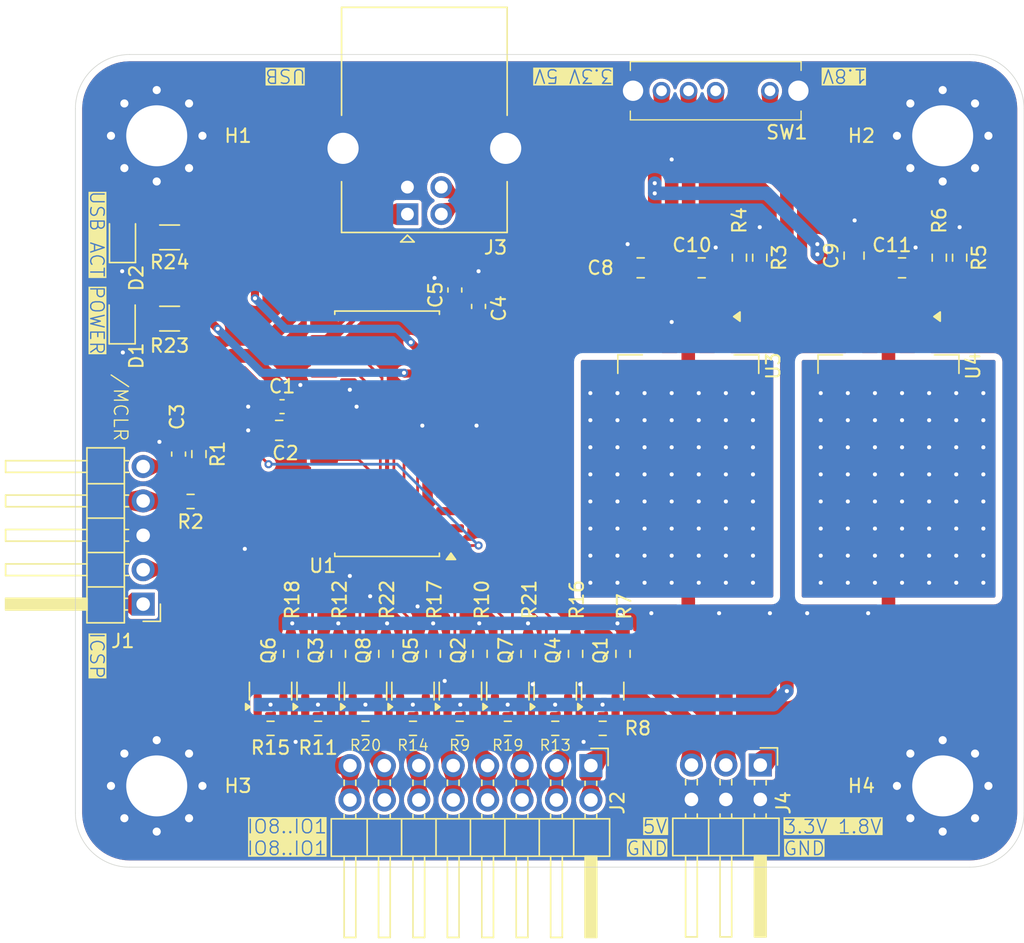
<source format=kicad_pcb>
(kicad_pcb (version 20241229) (generator "pcbnew") (generator_version "9.0")
  (title_block (title "Logic Signal Generator") (date "2025-09-11") (rev "1.0") (company "(C) Adrien RICCIARDI"))
  (layers (0 "F.Cu" signal) (2 "B.Cu" signal) (13 "F.Paste" user) (15 "B.Paste" user) (5 "F.SilkS" user "F.Silkscreen") (7 "B.SilkS" user "B.Silkscreen") (1 "F.Mask" user) (3 "B.Mask" user) (25 "Edge.Cuts" user))
  (net 0 "")
  (net 1 "GND")
  (net 2 "+5V")
  (net 3 "Net-(J1-Pin_5)")
  (net 4 "Net-(U1-VUSB3V3{slash}VDDCORE)")
  (net 5 "+3.3V")
  (net 6 "+1V8")
  (net 7 "Net-(D1-A)")
  (net 8 "Net-(D2-A)")
  (net 9 "Net-(J1-Pin_2)")
  (net 10 "Net-(J1-Pin_1)")
  (net 11 "/Voltage_Shifter/IO6")
  (net 12 "/Voltage_Shifter/IO3")
  (net 13 "/Voltage_Shifter/IO7")
  (net 14 "/Voltage_Shifter/IO2")
  (net 15 "/Voltage_Shifter/IO8")
  (net 16 "/Voltage_Shifter/IO4")
  (net 17 "/Voltage_Shifter/IO5")
  (net 18 "/Voltage_Shifter/IO1")
  (net 19 "/USB_D+")
  (net 20 "/USB_D-")
  (net 21 "/SDA")
  (net 22 "VCC")
  (net 23 "/SCL")
  (net 24 "/MOSI")
  (net 25 "/P1B")
  (net 26 "/RX")
  (net 27 "/TX")
  (net 28 "/P1D")
  (net 29 "/P1A")
  (net 30 "/~{MCLR}")
  (net 31 "Net-(U3-ADJ)")
  (net 32 "Net-(U4-ADJ)")
  (net 33 "/LED_POWER")
  (net 34 "/LED_USB")
  (footprint "Package_TO_SOT_SMD:SOT-23" (layer "F.Cu") (at 159.91 126 90)
    (property "Reference" "Q7")
    (property "Value" "DMG3414U" (hide yes))
  )
  (footprint "MountingHole:MountingHole_4.5mm_Pad_Via" (layer "F.Cu") (at 192 133)
    (property "Reference" "H4")
    (property "Value" "Hole" (hide yes))
  )
  (footprint "Resistor_SMD:R_0603_1608Metric_Pad0.98x0.95mm_HandSolder" (layer "F.Cu") (at 137.115 108.5 90)
    (property "Reference" "R1")
    (property "Value" "220" (hide yes))
  )
  (footprint "Resistor_SMD:R_0603_1608Metric_Pad0.98x0.95mm_HandSolder" (layer "F.Cu") (at 143.9 123.25 90)
    (property "Reference" "R18")
    (property "Value" "1K" (hide yes))
  )
  (footprint "Capacitor_SMD:C_0603_1608Metric_Pad1.08x0.95mm_HandSolder" (layer "F.Cu") (at 135.615 108.5 90)
    (property "Reference" "C3")
    (property "Value" "100n" (hide yes))
  )
  (footprint "OS103011MA7QP1:OS103011MA7QP1" (layer "F.Cu") (at 175.25 81.675 180)
    (property "Reference" "SW1")
    (property "Value" "~" (hide yes))
  )
  (footprint "Package_TO_SOT_SMD:SOT-23" (layer "F.Cu") (at 152.91 126 90)
    (property "Reference" "Q5")
    (property "Value" "DMG3414U" (hide yes))
  )
  (footprint "Resistor_SMD:R_0603_1608Metric_Pad0.98x0.95mm_HandSolder" (layer "F.Cu") (at 150.91 123.25 90)
    (property "Reference" "R22")
    (property "Value" "1K" (hide yes))
  )
  (footprint "Capacitor_SMD:C_0603_1608Metric_Pad1.08x0.95mm_HandSolder" (layer "F.Cu") (at 143.25 105 180)
    (property "Reference" "C1")
    (property "Value" "100n" (hide yes))
  )
  (footprint "Resistor_SMD:R_0603_1608Metric_Pad0.98x0.95mm_HandSolder" (layer "F.Cu") (at 164.91 123.25 90)
    (property "Reference" "R16")
    (property "Value" "1K" (hide yes))
  )
  (footprint "Connector_USB:USB_B_Lumberg_2411_02_Horizontal" (layer "F.Cu") (at 152.5 90.7875 90)
    (property "Reference" "J3")
    (property "Value" "USB_B" (hide yes))
  )
  (footprint "Resistor_SMD:R_0603_1608Metric_Pad0.98x0.95mm_HandSolder" (layer "F.Cu") (at 161.41 123.25 90)
    (property "Reference" "R21")
    (property "Value" "1K" (hide yes))
  )
  (footprint "Resistor_SMD:R_0603_1608Metric_Pad0.98x0.95mm_HandSolder" (layer "F.Cu") (at 145.91 128.75 180)
    (property "Reference" "R11")
    (property "Value" "1K" (hide yes))
  )
  (footprint "Capacitor_SMD:C_0805_2012Metric_Pad1.18x1.45mm_HandSolder" (layer "F.Cu") (at 189 94.75)
    (property "Reference" "C11")
    (property "Value" "10u" (hide yes))
  )
  (footprint "Package_TO_SOT_SMD:SOT-23" (layer "F.Cu") (at 163.41 126 90)
    (property "Reference" "Q4")
    (property "Value" "DMG3414U" (hide yes))
  )
  (footprint "Connector_PinHeader_2.54mm:PinHeader_2x03_P2.54mm_Horizontal" (layer "F.Cu") (at 178.54 131.46 -90)
    (property "Reference" "J4")
    (property "Value" "POWER_OUT" (hide yes))
  )
  (footprint "Resistor_SMD:R_0603_1608Metric_Pad0.98x0.95mm_HandSolder" (layer "F.Cu") (at 166.91 128.75 180)
    (property "Reference" "R8")
    (property "Value" "1K" (hide yes))
  )
  (footprint "Resistor_SMD:R_0603_1608Metric_Pad0.98x0.95mm_HandSolder" (layer "F.Cu") (at 168.41 123.25 90)
    (property "Reference" "R7")
    (property "Value" "1K" (hide yes))
  )
  (footprint "Resistor_SMD:R_0603_1608Metric_Pad0.98x0.95mm_HandSolder" (layer "F.Cu") (at 142.4 128.75 180)
    (property "Reference" "R15")
    (property "Value" "1K" (hide yes))
  )
  (footprint "Capacitor_SMD:C_0805_2012Metric_Pad1.18x1.45mm_HandSolder" (layer "F.Cu") (at 174.2125 94.75)
    (property "Reference" "C10")
    (property "Value" "10u" (hide yes))
  )
  (footprint "Capacitor_SMD:C_0805_2012Metric_Pad1.18x1.45mm_HandSolder" (layer "F.Cu") (at 185.46 93.85 90)
    (property "Reference" "C9")
    (property "Value" "10u" (hide yes))
  )
  (footprint "LED_SMD:LED_0805_2012Metric_Pad1.15x1.40mm_HandSolder" (layer "F.Cu") (at 131.475 92.5 90)
    (property "Reference" "D2")
    (property "Value" "150080SS75000" (hide yes))
  )
  (footprint "Resistor_SMD:R_1206_3216Metric_Pad1.30x1.75mm_HandSolder" (layer "F.Cu") (at 134.95 98.5 180)
    (property "Reference" "R23")
    (property "Value" "330")
  )
  (footprint "Package_TO_SOT_SMD:SOT-23" (layer "F.Cu") (at 142.4 126 90)
    (property "Reference" "Q6")
    (property "Value" "DMG3414U" (hide yes))
  )
  (footprint "Resistor_SMD:R_1206_3216Metric_Pad1.30x1.75mm_HandSolder" (layer "F.Cu") (at 134.95 92.5 180)
    (property "Reference" "R24")
    (property "Value" "330")
  )
  (footprint "Resistor_SMD:R_0603_1608Metric_Pad0.98x0.95mm_HandSolder" (layer "F.Cu") (at 191.75 94 90)
    (property "Reference" "R6")
    (property "Value" "180" (hide yes))
  )
  (footprint "LED_SMD:LED_0805_2012Metric_Pad1.15x1.40mm_HandSolder" (layer "F.Cu") (at 131.45 98.5 90)
    (property "Reference" "D1")
    (property "Value" "150080SS75000" (hide yes))
  )
  (footprint "Package_TO_SOT_SMD:TO-263-3_TabPin2" (layer "F.Cu") (at 188 106 -90)
    (property "Reference" "U4")
    (property "Value" "LM1086-ADJ" (hide yes))
  )
  (footprint "Resistor_SMD:R_0603_1608Metric_Pad0.98x0.95mm_HandSolder" (layer "F.Cu") (at 152.91 128.75 180)
    (property "Reference" "R14")
    (property "Value" "1K" (hide yes))
  )
  (footprint "Package_SO:SOIC-28W_7.5x17.9mm_P1.27mm" (layer "F.Cu") (at 151 107 180)
    (property "Reference" "U1")
    (property "Value" "PIC18F25K50-xSO" (hide yes))
  )
  (footprint "Resistor_SMD:R_0603_1608Metric_Pad0.98x0.95mm_HandSolder" (layer "F.Cu") (at 157.86 123.25 90)
    (property "Reference" "R10")
    (property "Value" "1K" (hide yes))
  )
  (footprint "Resistor_SMD:R_0603_1608Metric_Pad0.98x0.95mm_HandSolder" (layer "F.Cu") (at 149.41 128.75 180)
    (property "Reference" "R20")
    (property "Value" "1K" (hide yes))
  )
  (footprint "Resistor_SMD:R_0603_1608Metric_Pad0.98x0.95mm_HandSolder" (layer "F.Cu") (at 136.5 112 180)
    (property "Reference" "R2")
    (property "Value" "10K" (hide yes))
  )
  (footprint "Connector_PinHeader_2.54mm:PinHeader_2x08_P2.54mm_Horizontal" (layer "F.Cu") (at 166.04 131.5 -90)
    (property "Reference" "J2")
    (property "Value" "I/O" (hide yes))
  )
  (footprint "Resistor_SMD:R_0603_1608Metric_Pad0.98x0.95mm_HandSolder" (layer "F.Cu") (at 159.91 128.75 180)
    (property "Reference" "R19")
    (property "Value" "1K" (hide yes))
  )
  (footprint "Resistor_SMD:R_0603_1608Metric_Pad0.98x0.95mm_HandSolder" (layer "F.Cu") (at 193.25 94 -90)
    (property "Reference" "R5")
    (property "Value" "78.7" (hide yes))
  )
  (footprint "Capacitor_SMD:C_0603_1608Metric_Pad1.08x0.95mm_HandSolder" (layer "F.Cu") (at 156 96.3875 90)
    (property "Reference" "C5")
    (property "Value" "100n" (hide yes))
  )
  (footprint "Resistor_SMD:R_0603_1608Metric_Pad0.98x0.95mm_HandSolder" (layer "F.Cu") (at 177 94 90)
    (property "Reference" "R4")
    (property "Value" "180" (hide yes))
  )
  (footprint "Resistor_SMD:R_0603_1608Metric_Pad0.98x0.95mm_HandSolder" (layer "F.Cu") (at 154.41 123.25 90)
    (property "Reference" "R17")
    (property "Value" "1K" (hide yes))
  )
  (footprint "Package_TO_SOT_SMD:SOT-23" (layer "F.Cu") (at 145.91 126 90)
    (property "Reference" "Q3")
    (property "Value" "DMG3414U" (hide yes))
  )
  (footprint "Resistor_SMD:R_0603_1608Metric_Pad0.98x0.95mm_HandSolder" (layer "F.Cu") (at 163.41 128.75 180)
    (property "Reference" "R13")
    (property "Value" "1K" (hide yes))
  )
  (footprint "Resistor_SMD:R_0603_1608Metric_Pad0.98x0.95mm_HandSolder" (layer "F.Cu") (at 178.5 94 -90)
    (property "Reference" "R3")
    (property "Value" "294" (hide yes))
  )
  (footprint "Package_TO_SOT_SMD:SOT-23" (layer "F.Cu") (at 149.41 126 90)
    (property "Reference" "Q8")
    (property "Value" "DMG3414U" (hide yes))
  )
  (footprint "Connector_PinHeader_2.54mm:PinHeader_1x05_P2.54mm_Horizontal" (layer "F.Cu") (at 133 119.58 180)
    (property "Reference" "J1")
    (property "Value" "JTAG" (hide yes))
  )
  (footprint "Capacitor_SMD:C_0805_2012Metric_Pad1.18x1.45mm_HandSolder" (layer "F.Cu") (at 169.7125 94.75 180)
    (property "Reference" "C8")
    (property "Value" "10u" (hide yes))
  )
  (footprint "Capacitor_SMD:C_0805_2012Metric_Pad1.18x1.45mm_HandSolder" (layer "F.Cu") (at 143.0375 106.75 180)
    (property "Reference" "C2")
    (property "Value" "2.2u" (hide yes))
  )
  (footprint "Resistor_SMD:R_0603_1608Metric_Pad0.98x0.95mm_HandSolder" (layer "F.Cu") (at 147.41 123.25 90)
    (property "Reference" "R12")
    (property "Value" "1K" (hide yes))
  )
  (footprint "Package_TO_SOT_SMD:TO-263-3_TabPin2" (layer "F.Cu") (at 173.225 106 -90)
    (property "Reference" "U3")
    (property "Value" "LM1086-ADJ" (hide yes))
  )
  (footprint "Resistor_SMD:R_0603_1608Metric_Pad0.98x0.95mm_HandSolder" (layer "F.Cu") (at 156.36 128.75 180)
    (property "Reference" "R9")
    (property "Value" "1K" (hide yes))
  )
  (footprint "MountingHole:MountingHole_4.5mm_Pad_Via" (layer "F.Cu") (at 134 85)
    (property "Reference" "H1")
    (property "Value" "Hole" (hide yes))
  )
  (footprint "MountingHole:MountingHole_4.5mm_Pad_Via" (layer "F.Cu") (at 192 85)
    (property "Reference" "H2")
    (property "Value" "Hole" (hide yes))
  )
  (footprint "Package_TO_SOT_SMD:SOT-23" (layer "F.Cu") (at 156.41 126 90)
    (property "Reference" "Q2")
    (property "Value" "DMG3414U" (hide yes))
  )
  (footprint "Capacitor_SMD:C_0603_1608Metric_Pad1.08x0.95mm_HandSolder" (layer "F.Cu") (at 157.75 97.6 90)
    (property "Reference" "C4")
    (property "Value" "470n" (hide yes))
  )
  (footprint "MountingHole:MountingHole_4.5mm_Pad_Via" (layer "F.Cu") (at 134 133)
    (property "Reference" "H3")
    (property "Value" "Hole" (hide yes))
  )
  (footprint "Package_TO_SOT_SMD:SOT-23" (layer "F.Cu") (at 166.91 126 90)
    (property "Reference" "Q1")
    (property "Value" "DMG3414U" (hide yes))
  )
  (gr_line (start 128 83) (end 128 135) (stroke (width 0.05)) (layer "Edge.Cuts"))
  (gr_arc (start 132 139) (mid 129.171573 137.828427) (end 128 135) (stroke (width 0.05)) (layer "Edge.Cuts"))
  (gr_arc (start 194 79) (mid 196.828427 80.171573) (end 198 83) (stroke (width 0.05)) (layer "Edge.Cuts"))
  (gr_line (start 194 139) (end 132 139) (stroke (width 0.05)) (layer "Edge.Cuts"))
  (gr_line (start 132 79) (end 194 79) (stroke (width 0.05)) (layer "Edge.Cuts"))
  (gr_line (start 198 83) (end 198 135) (stroke (width 0.05)) (layer "Edge.Cuts"))
  (gr_arc (start 128 83) (mid 129.171573 80.171573) (end 132 79) (stroke (width 0.05)) (layer "Edge.Cuts"))
  (gr_arc (start 198 135) (mid 196.828427 137.828427) (end 194 139) (stroke (width 0.05)) (layer "Edge.Cuts"))
  (gr_text "/MCLR" (at 130.75 102.5 270) (layer "F.SilkS") (effects (font (size 1 1) (thickness 0.1)) (justify left bottom)))
  (gr_text "USB ACT" (at 129 92.25 270) (layer "F.SilkS" knockout) (effects (font (size 1 1) (thickness 0.1)) (justify bottom)))
  (gr_text "1.8V" (at 184.75 80 180) (layer "F.SilkS" knockout) (effects (font (size 1 1) (thickness 0.1)) (justify bottom)))
  (gr_text "3.3V 1.8V" (at 180.2 136.6 0) (layer "F.SilkS" knockout) (effects (font (size 1 1) (thickness 0.1)) (justify left bottom)))
  (gr_text "USB" (at 143.5 80 180) (layer "F.SilkS" knockout) (effects (font (size 1 1) (thickness 0.1)) (justify bottom)))
  (gr_text "GND" (at 180.2 138.2 0) (layer "F.SilkS" knockout) (effects (font (size 1 1) (thickness 0.1)) (justify left bottom)))
  (gr_text "3.3V 5V" (at 164.75 80 180) (layer "F.SilkS" knockout) (effects (font (size 1 1) (thickness 0.1)) (justify bottom)))
  (gr_text "GND" (at 168.6 138.2 0) (layer "F.SilkS" knockout) (effects (font (size 1 1) (thickness 0.1)) (justify left bottom)))
  (gr_text "ICSP" (at 129 121.6 270) (layer "F.SilkS" knockout) (effects (font (size 1 1) (thickness 0.1)) (justify left bottom)))
  (gr_text "IO8..IO1\nIO8..IO1" (at 140.6 138.2 0) (layer "F.SilkS" knockout) (effects (font (size 1 1) (thickness 0.1)) (justify left bottom)))
  (gr_text "POWER" (at 129 96 270) (layer "F.SilkS" knockout) (effects (font (size 1 1) (thickness 0.1)) (justify left bottom)))
  (gr_text "5V" (at 169.8 136.6 0) (layer "F.SilkS" knockout) (effects (font (size 1 1) (thickness 0.1)) (justify left bottom)))
  (via (at 153.25 119.75) (size 0.6) (drill 0.3) (layers "F.Cu" "B.Cu") (net 1))
  (via (at 140.75 106.75) (size 0.6) (drill 0.3) (layers "F.Cu" "B.Cu") (net 1))
  (via (at 168.75 93) (size 0.6) (drill 0.3) (layers "F.Cu" "B.Cu") (net 1))
  (via (at 190 93.25) (size 0.6) (drill 0.3) (layers "F.Cu" "B.Cu") (net 1))
  (via (at 172 86.75) (size 0.6) (drill 0.3) (layers "F.Cu" "B.Cu") (net 1))
  (via (at 185.5 91.25) (size 0.6) (drill 0.3) (layers "F.Cu" "B.Cu") (net 1))
  (via (at 179.25 120.25) (size 0.6) (drill 0.3) (layers "F.Cu" "B.Cu") (net 1))
  (via (at 153.6 106.4) (size 0.6) (drill 0.3) (layers "F.Cu" "B.Cu") (net 1))
  (via (at 148.25 103.75) (size 0.6) (drill 0.3) (layers "F.Cu" "B.Cu") (net 1))
  (via (at 157.75 95) (size 0.6) (drill 0.3) (layers "F.Cu" "B.Cu") (net 1))
  (via (at 155.25 125.25) (size 0.6) (drill 0.3) (layers "F.Cu" "B.Cu") (net 1))
  (via (at 131.45 95) (size 0.6) (drill 0.3) (layers "F.Cu" "B.Cu") (net 1))
  (via (at 149.75 119) (size 0.6) (drill 0.3) (layers "F.Cu" "B.Cu") (net 1))
  (via (at 157.6 106.4) (size 0.6) (drill 0.3) (layers "F.Cu" "B.Cu") (net 1))
  (via (at 140.75 105) (size 0.6) (drill 0.3) (layers "F.Cu" "B.Cu") (net 1))
  (via (at 131.5 101) (size 0.6) (drill 0.3) (layers "F.Cu" "B.Cu") (net 1))
  (via (at 182 120.25) (size 0.6) (drill 0.3) (layers "F.Cu" "B.Cu") (net 1))
  (via (at 165.25 125.5) (size 0.6) (drill 0.3) (layers "F.Cu" "B.Cu") (net 1))
  (via (at 161.75 125.5) (size 0.6) (drill 0.3) (layers "F.Cu" "B.Cu") (net 1))
  (via (at 165.5 129.75) (size 0.6) (drill 0.3) (layers "F.Cu" "B.Cu") (net 1))
  (via (at 144.25 129.75) (size 0.6) (drill 0.3) (layers "F.Cu" "B.Cu") (net 1))
  (via (at 140.5 115.5) (size 0.6) (drill 0.3) (layers "F.Cu" "B.Cu") (net 1))
  (via (at 148.75 105) (size 0.6) (drill 0.3) (layers "F.Cu" "B.Cu") (net 1))
  (via (at 170.5 120.25) (size 0.6) (drill 0.3) (layers "F.Cu" "B.Cu") (net 1))
  (via (at 193.25 91.75) (size 0.6) (drill 0.3) (layers "F.Cu" "B.Cu") (net 1))
  (via (at 172 98.75) (size 0.6) (drill 0.3) (layers "F.Cu" "B.Cu") (net 1))
  (via (at 175.25 93.25) (size 0.6) (drill 0.3) (layers "F.Cu" "B.Cu") (net 1))
  (via (at 186.5 120.25) (size 0.6) (drill 0.3) (layers "F.Cu" "B.Cu") (net 1))
  (via (at 144.6 103.4) (size 0.6) (drill 0.3) (layers "F.Cu" "B.Cu") (net 1))
  (via (at 178.5 91.75) (size 0.6) (drill 0.3) (layers "F.Cu" "B.Cu") (net 1))
  (via (at 154.5 95.5) (size 0.6) (drill 0.3) (layers "F.Cu" "B.Cu") (net 1))
  (via (at 175.5 120.25) (size 0.6) (drill 0.3) (layers "F.Cu" "B.Cu") (net 1))
  (via (at 134.2 107.6) (size 0.6) (drill 0.3) (layers "F.Cu" "B.Cu") (net 1))
  (via (at 148.25 117.5) (size 0.6) (drill 0.3) (layers "F.Cu" "B.Cu") (net 1))
  (segment (start 133.04 112) (end 133 111.96) (width 0.6) (layer "F.Cu") (net 2))
  (segment (start 150.91 122.3375) (end 150.91 121.09) (width 0.6) (layer "F.Cu") (net 2))
  (segment (start 163.5 101.75) (end 163.5 119.5) (width 1) (layer "F.Cu") (net 2))
  (segment (start 170.75 88.2) (end 170.75 88.5) (width 1) (layer "F.Cu") (net 2))
  (segment (start 168.41 122.3375) (end 168.41 121.41) (width 1) (layer "F.Cu") (net 2))
  (segment (start 157.86 121.06) (end 157.8 121) (width 0.6) (layer "F.Cu") (net 2))
  (segment (start 182.75 93.75) (end 183.8875 94.8875) (width 1) (layer "F.Cu") (net 2))
  (segment (start 143.66875 104.08125) (end 144.1125 104.525) (width 1) (layer "F.Cu") (net 2))
  (segment (start 143.9 121.1) (end 144 121) (width 0.6) (layer "F.Cu") (net 2))
  (segment (start 135.5 103.25) (end 137.5 103.25) (width 1) (layer "F.Cu") (net 2))
  (segment (start 144.075 106.75) (end 144.075 104.4875) (width 1) (layer "F.Cu") (net 2))
  (segment (start 144.0375 104.925) (end 144.1125 105) (width 0.6) (layer "F.Cu") (net 2))
  (segment (start 168.535 100.5) (end 164.75 100.5) (width 1) (layer "F.Cu") (net 2))
  (segment (start 164.91 122.3375) (end 164.91 120.91) (width 0.6) (layer "F.Cu") (net 2))
  (segment (start 144.0375 98.25) (end 141.0375 101.25) (width 1) (layer "F.Cu") (net 2))
  (segment (start 154.41 121.01) (end 154.4 121) (width 0.6) (layer "F.Cu") (net 2))
  (segment (start 157.86 122.3375) (end 157.86 121.06) (width 0.6) (layer "F.Cu") (net 2))
  (segment (start 169.5875 122.3375) (end 170.75 123.5) (width 1) (layer "F.Cu") (net 2))
  (segment (start 139.5 101.25) (end 140.8375 101.25) (width 1) (layer "F.Cu") (net 2))
  (segment (start 170.685 98.35) (end 168.535 100.5) (width 1) (layer "F.Cu") (net 2))
  (segment (start 156.5 81.5) (end 164 81.5) (width 1) (layer "F.Cu") (net 2))
  (segment (start 171.25 81.675) (end 171.25 84.5) (width 1) (layer "F.Cu") (net 2))
  (segment (start 141.0375 101.25) (end 139.5 101.25) (width 1) (layer "F.Cu") (net 2))
  (segment (start 161.41 122.3375) (end 161.41 121.01) (width 0.6) (layer "F.Cu") (net 2))
  (segment (start 171.25 84.5) (end 170.75 85) (width 1) (layer "F.Cu") (net 2))
  (segment (start 164 81.5) (end 167.5 85) (width 1) (layer "F.Cu") (net 2))
  (segment (start 144.1125 105) (end 144.1125 106.7125) (width 1) (layer "F.Cu") (net 2))
  (segment (start 144.2075 105.095) (end 144.1125 105) (width 0.6) (layer "F.Cu") (net 2))
  (segment (start 144.1125 106.7125) (end 144.075 106.75) (width 1) (layer "F.Cu") (net 2))
  (segment (start 168.41 122.3375) (end 169.5875 122.3375) (width 1) (layer "F.Cu") (net 2))
  (segment (start 173.46 128.46) (end 173.46 131.46) (width 1) (layer "F.Cu") (net 2))
  (segment (start 170.75 123.5) (end 170.75 125.75) (width 1) (layer "F.Cu") (net 2))
  (segment (start 150.91 121.09) (end 151 121) (width 0.6) (layer "F.Cu") (net 2))
  (segment (start 182.75 93.75) (end 182.75 93) (width 1) (layer "F.Cu") (net 2))
  (segment (start 161.41 121.01) (end 161.4 121) (width 0.6) (layer "F.Cu") (net 2))
  (segment (start 130.96 111.96) (end 130.75 111.75) (width 1) (layer "F.Cu") (net 2))
  (segment (start 150.25 87.75) (end 156.5 81.5) (width 1) (layer "F.Cu") (net 2))
  (segment (start 183.8875 94.8875) (end 185.46 94.8875) (width 1) (layer "F.Cu") (net 2))
  (segment (start 144.0375 94.4625) (end 147.7125 90.7875) (width 1) (layer "F.Cu") (net 2))
  (segment (start 170.75 89.25) (end 170.75 94.75) (width 1) (layer "F.Cu") (net 2))
  (segment (start 137.5 103.25) (end 139.5 101.25) (width 1) (layer "F.Cu") (net 2))
  (segment (start 152.5 90.7875) (end 150.7875 90.7875) (width 1) (layer "F.Cu") (net 2))
  (segment (start 140.8375 101.25) (end 143.66875 104.08125) (width 1) (layer "F.Cu") (net 2))
  (segment (start 150.25 90.25) (end 150.25 87.75) (width 1) (layer "F.Cu") (net 2))
  (segment (start 147.41 121.01) (end 147.4 121) (width 0.6) (layer "F.Cu") (net 2))
  (segment (start 147.7125 90.7875) (end 152.5 90.7875) (width 1) (layer "F.Cu") (net 2))
  (segment (start 170.75 88.2) (end 170.75 89.25) (width 1) (layer "F.Cu") (net 2))
  (segment (start 168 121) (end 167.75 120.75) (width 1) (layer "F.Cu") (net 2))
  (segment (start 168.41 121.41) (end 168 121) (width 1) (layer "F.Cu") (net 2))
  (segment (start 146.35 105.095) (end 144.2075 105.095) (width 0.6) (layer "F.Cu") (net 2))
  (segment (start 164.91 120.91) (end 164.75 120.75) (width 0.6) (layer "F.Cu") (net 2))
  (segment (start 170.75 85) (end 170.75 88.2) (width 1) (layer "F.Cu") (net 2))
  (segment (start 147.41 122.3375) (end 147.41 121.01) (width 0.6) (layer "F.Cu") (net 2))
  (segment (start 164.75 120.75) (end 167.75 120.75) (width 1) (layer "F.Cu") (net 2))
  (segment (start 185.46 94.8875) (end 185.46 98.35) (width 1) (layer "F.Cu") (net 2))
  (segment (start 144.0375 98.25) (end 144.0375 94.4625) (width 1) (layer "F.Cu") (net 2))
  (segment (start 135.5875 112) (end 133.04 112) (width 0.6) (layer "F.Cu") (net 2))
  (segment (start 163.5 119.5) (end 164.75 120.75) (width 1) (layer "F.Cu") (net 2))
  (segment (start 133 111.96) (end 130.96 111.96) (width 1) (layer "F.Cu") (net 2))
  (segment (start 170.75 125.75) (end 173.46 128.46) (width 1) (layer "F.Cu") (net 2))
  (segment (start 167.5 85) (end 170.75 85) (width 1) (layer "F.Cu") (net 2))
  (segment (start 154.41 122.3375) (end 154.41 121.01) (width 0.6) (layer "F.Cu") (net 2))
  (segment (start 164.75 100.5) (end 163.5 101.75) (width 1) (layer "F.Cu") (net 2))
  (segment (start 170.75 94.75) (end 170.75 98.285) (width 1) (layer "F.Cu") (net 2))
  (segment (start 130.75 106) (end 133.5 103.25) (width 1) (layer "F.Cu") (net 2))
  (segment (start 130.75 111.75) (end 130.75 106) (width 1) (layer "F.Cu") (net 2))
  (segment (start 143.9 122.3375) (end 143.9 121.1) (width 0.6) (layer "F.Cu") (net 2))
  (segment (start 150.7875 90.7875) (end 150.25 90.25) (width 1) (layer "F.Cu") (net 2))
  (segment (start 170.75 98.285) (end 170.685 98.35) (width 1) (layer "F.Cu") (net 2))
  (segment (start 133.5 103.25) (end 135.5 103.25) (width 1) (layer "F.Cu") (net 2))
  (segment (start 144.075 104.4875) (end 143.66875 104.08125) (width 1) (layer "F.Cu") (net 2))
  (via (at 147.4 121) (size 0.6) (drill 0.3) (layers "F.Cu" "B.Cu") (net 2))
  (via (at 151 121) (size 0.6) (drill 0.3) (layers "F.Cu" "B.Cu") (net 2))
  (via (at 170.75 89.25) (size 0.6) (drill 0.3) (layers "F.Cu" "B.Cu") (net 2))
  (via (at 182.75 93) (size 0.6) (drill 0.3) (layers "F.Cu" "B.Cu") (net 2))
  (via (at 168 121) (size 0.6) (drill 0.3) (layers "F.Cu" "B.Cu") (net 2))
  (via (at 154.4 121) (size 0.6) (drill 0.3) (layers "F.Cu" "B.Cu") (net 2))
  (via (at 182.75 93.75) (size 0.6) (drill 0.3) (layers "F.Cu" "B.Cu") (net 2))
  (via (at 157.8 121) (size 0.6) (drill 0.3) (layers "F.Cu" "B.Cu") (net 2))
  (via (at 161.4 121) (size 0.6) (drill 0.3) (layers "F.Cu" "B.Cu") (net 2))
  (via (at 144 121) (size 0.6) (drill 0.3) (layers "F.Cu" "B.Cu") (net 2))
  (via (at 170.75 88.5) (size 0.6) (drill 0.3) (layers "F.Cu" "B.Cu") (net 2))
  (segment (start 179 89.25) (end 182.75 93) (width 1) (layer "B.Cu") (net 2))
  (segment (start 170.75 89.25) (end 179 89.25) (width 1) (layer "B.Cu") (net 2))
  (segment (start 170.75 88.5) (end 170.75 89.25) (width 1) (layer "B.Cu") (net 2))
  (segment (start 182.75 93) (end 182.75 93.75) (width 1) (layer "B.Cu") (net 2))
  (segment (start 137.065 109.3625) (end 137.115 109.4125) (width 0.2) (layer "F.Cu") (net 3))
  (segment (start 137.4125 111.25) (end 137.115 110.9525) (width 0.2) (layer "F.Cu") (net 3))
  (segment (start 137.4125 112) (end 137.4125 111.25) (width 0.2) (layer "F.Cu") (net 3))
  (segment (start 135.5575 109.42) (end 135.615 109.3625) (width 0.2) (layer "F.Cu") (net 3))
  (segment (start 137.115 110.9525) (end 137.115 109.4125) (width 0.2) (layer "F.Cu") (net 3))
  (segment (start 133 109.42) (end 135.5575 109.42) (width 0.2) (layer "F.Cu") (net 3))
  (segment (start 135.615 109.3625) (end 137.065 109.3625) (width 0.2) (layer "F.Cu") (net 3))
  (segment (start 176 91.75) (end 173.25 91.75) (width 0.2) (layer "F.Cu") (net 5))
  (segment (start 177 93.0875) (end 177 92.75) (width 0.2) (layer "F.Cu") (net 5))
  (segment (start 173.225 106) (end 173.225 107.5) (width 1) (layer "F.Cu") (net 5))
  (segment (start 173.175 98.3) (end 173.225 98.35) (width 1) (layer "F.Cu") (net 5))
  (segment (start 173.25 91.75) (end 173.25 94.675) (width 1) (layer "F.Cu") (net 5))
  (segment (start 173.225 104) (end 173.225 106) (width 1) (layer "F.Cu") (net 5))
  (segment (start 173.225 120.140628) (end 176 122.915628) (width 1) (layer "F.Cu") (net 5))
  (segment (start 176 122.915628) (end 176 131.46) (width 1) (layer "F.Cu") (net 5))
  (segment (start 173.25 81.675) (end 173.25 91.75) (width 1) (layer "F.Cu") (net 5))
  (segment (start 173.225 120.140628) (end 173.225 107.5) (width 1) (layer "F.Cu") (net 5))
  (segment (start 173.175 94.75) (end 173.175 98.3) (width 1) (layer "F.Cu") (net 5))
  (segment (start 173.25 94.675) (end 173.175 94.75) (width 1) (layer "F.Cu") (net 5))
  (segment (start 177 92.75) (end 176 91.75) (width 0.2) (layer "F.Cu") (net 5))
  (segment (start 173.225 98.35) (end 173.225 104) (width 1) (layer "F.Cu") (net 5))
  (segment (start 173.225 120.140628) (end 173.225 119.225) (width 1) (layer "F.Cu") (net 5))
  (via (at 166 110) (size 0.6) (drill 0.3) (layers "F.Cu" "B.Cu") (net 5))
  (via (at 172 114) (size 0.6) (drill 0.3) (layers "F.Cu" "B.Cu") (net 5))
  (via (at 178 116) (size 0.6) (drill 0.3) (layers "F.Cu" "B.Cu") (net 5))
  (via (at 166 114) (size 0.6) (drill 0.3) (layers "F.Cu" "B.Cu") (net 5))
  (via (at 174 104) (size 0.6) (drill 0.3) (layers "F.Cu" "B.Cu") (net 5))
  (via (at 172 112) (size 0.6) (drill 0.3) (layers "F.Cu" "B.Cu") (net 5))
  (via (at 174 116) (size 0.6) (drill 0.3) (layers "F.Cu" "B.Cu") (net 5))
  (via (at 168 114) (size 0.6) (drill 0.3) (layers "F.Cu" "B.Cu") (net 5))
  (via (at 172 116) (size 0.6) (drill 0.3) (layers "F.Cu" "B.Cu") (net 5))
  (via (at 170 106) (size 0.6) (drill 0.3) (layers "F.Cu" "B.Cu") (net 5))
  (via (at 166 112) (size 0.6) (drill 0.3) (layers "F.Cu" "B.Cu") (net 5))
  (via (at 176 106) (size 0.6) (drill 0.3) (layers "F.Cu" "B.Cu") (net 5))
  (via (at 176 110) (size 0.6) (drill 0.3) (layers "F.Cu" "B.Cu") (net 5))
  (via (at 170 112) (size 0.6) (drill 0.3) (layers "F.Cu" "B.Cu") (net 5))
  (via (at 170 104) (size 0.6) (drill 0.3) (layers "F.Cu" "B.Cu") (net 5))
  (via (at 174 118) (size 0.6) (drill 0.3) (layers "F.Cu" "B.Cu") (net 5))
  (via (at 174 114) (size 0.6) (drill 0.3) (layers "F.Cu" "B.Cu") (net 5))
  (via (at 176 108) (size 0.6) (drill 0.3) (layers "F.Cu" "B.Cu") (net 5))
  (via (at 178 108) (size 0.6) (drill 0.3) (layers "F.Cu" "B.Cu") (net 5))
  (via (at 172 104) (size 0.6) (drill 0.3) (layers "F.Cu" "B.Cu") (net 5))
  (via (at 170 110) (size 0.6) (drill 0.3) (layers "F.Cu" "B.Cu") (net 5))
  (via (at 166 118) (size 0.6) (drill 0.3) (layers "F.Cu" "B.Cu") (net 5))
  (via (at 168 108) (size 0.6) (drill 0.3) (layers "F.Cu" "B.Cu") (net 5))
  (via (at 168 110) (size 0.6) (drill 0.3) (layers "F.Cu" "B.Cu") (net 5))
  (via (at 176 114) (size 0.6) (drill 0.3) (layers "F.Cu" "B.Cu") (net 5))
  (via (at 172 110) (size 0.6) (drill 0.3) (layers "F.Cu" "B.Cu") (net 5))
  (via (at 168 106) (size 0.6) (drill 0.3) (layers "F.Cu" "B.Cu") (net 5))
  (via (at 170 118) (size 0.6) (drill 0.3) (layers "F.Cu" "B.Cu") (net 5))
  (via (at 178 112) (size 0.6) (drill 0.3) (layers "F.Cu" "B.Cu") (net 5))
  (via (at 176 112) (size 0.6) (drill 0.3) (layers "F.Cu" "B.Cu") (net 5))
  (via (at 170 108) (size 0.6) (drill 0.3) (layers "F.Cu" "B.Cu") (net 5))
  (via (at 172 108) (size 0.6) (drill 0.3) (layers "F.Cu" "B.Cu") (net 5))
  (via (at 176 116) (size 0.6) (drill 0.3) (layers "F.Cu" "B.Cu") (net 5))
  (via (at 168 116) (size 0.6) (drill 0.3) (layers "F.Cu" "B.Cu") (net 5))
  (via (at 178 114) (size 0.6) (drill 0.3) (layers "F.Cu" "B.Cu") (net 5))
  (via (at 168 104) (size 0.6) (drill 0.3) (layers "F.Cu" "B.Cu") (net 5))
  (via (at 178 118) (size 0.6) (drill 0.3) (layers "F.Cu" "B.Cu") (net 5))
  (via (at 176 104) (size 0.6) (drill 0.3) (layers "F.Cu" "B.Cu") (net 5))
  (via (at 176 118) (size 0.6) (drill 0.3) (layers "F.Cu" "B.Cu") (net 5))
  (via (at 166 116) (size 0.6) (drill 0.3) (layers "F.Cu" "B.Cu") (net 5))
  (via (at 172 118) (size 0.6) (drill 0.3) (layers "F.Cu" "B.Cu") (net 5))
  (via (at 178 104) (size 0.6) (drill 0.3) (layers "F.Cu" "B.Cu") (net 5))
  (via (at 170 114) (size 0.6) (drill 0.3) (layers "F.Cu" "B.Cu") (net 5))
  (via (at 174 112) (size 0.6) (drill 0.3) (layers "F.Cu" "B.Cu") (net 5))
  (via (at 174 110) (size 0.6) (drill 0.3) (layers "F.Cu" "B.Cu") (net 5))
  (via (at 166 106) (size 0.6) (drill 0.3) (layers "F.Cu" "B.Cu") (net 5))
  (via (at 168 112) (size 0.6) (drill 0.3) (layers "F.Cu" "B.Cu") (net 5))
  (via (at 172 106) (size 0.6) (drill 0.3) (layers "F.Cu" "B.Cu") (net 5))
  (via (at 178 110) (size 0.6) (drill 0.3) (layers "F.Cu" "B.Cu") (net 5))
  (via (at 170 116) (size 0.6) (drill 0.3) (layers "F.Cu" "B.Cu") (net 5))
  (via (at 174 106) (size 0.6) (drill 0.3) (layers "F.Cu" "B.Cu") (net 5))
  (via (at 166 104) (size 0.6) (drill 0.3) (layers "F.Cu" "B.Cu") (net 5))
  (via (at 168 118) (size 0.6) (drill 0.3) (layers "F.Cu" "B.Cu") (net 5))
  (via (at 178 106) (size 0.6) (drill 0.3) (layers "F.Cu" "B.Cu") (net 5))
  (via (at 166 108) (size 0.6) (drill 0.3) (layers "F.Cu" "B.Cu") (net 5))
  (via (at 174 108) (size 0.6) (drill 0.3) (layers "F.Cu" "B.Cu") (net 5))
  (segment (start 188 98.35) (end 188 107.5) (width 1) (layer "F.Cu") (net 6))
  (segment (start 179.25 83) (end 187.9625 91.7125) (width 1) (layer "F.Cu") (net 6))
  (segment (start 187.9625 91.7125) (end 187.9625 92.5) (width 1) (layer "F.Cu") (net 6))
  (segment (start 188 122) (end 188 107.5) (width 1) (layer "F.Cu") (net 6))
  (segment (start 191.75 93.0875) (end 190.375 91.7125) (width 0.2) (layer "F.Cu") (net 6))
  (segment (start 187.9625 98.3125) (end 188 98.35) (width 1) (layer "F.Cu") (net 6))
  (segment (start 190.375 91.7125) (end 187.9625 91.7125) (width 0.2) (layer "F.Cu") (net 6))
  (segment (start 178.54 131.46) (end 188 122) (width 1) (layer "F.Cu") (net 6))
  (segment (start 187.9625 94.75) (end 187.9625 98.3125) (width 1) (layer "F.Cu") (net 6))
  (segment (start 187.9625 94.75) (end 187.9625 92.5) (width 1) (layer "F.Cu") (net 6))
  (segment (start 179.25 81.675) (end 179.25 83) (width 1) (layer "F.Cu") (net 6))
  (via (at 191 116) (size 0.6) (drill 0.3) (layers "F.Cu" "B.Cu") (net 6))
  (via (at 195 112) (size 0.6) (drill 0.3) (layers "F.Cu" "B.Cu") (net 6))
  (via (at 185 112) (size 0.6) (drill 0.3) (layers "F.Cu" "B.Cu") (net 6))
  (via (at 195 106) (size 0.6) (drill 0.3) (layers "F.Cu" "B.Cu") (net 6))
  (via (at 195 110) (size 0.6) (drill 0.3) (layers "F.Cu" "B.Cu") (net 6))
  (via (at 187 106) (size 0.6) (drill 0.3) (layers "F.Cu" "B.Cu") (net 6))
  (via (at 185 108) (size 0.6) (drill 0.3) (layers "F.Cu" "B.Cu") (net 6))
  (via (at 185 106) (size 0.6) (drill 0.3) (layers "F.Cu" "B.Cu") (net 6))
  (via (at 187 116) (size 0.6) (drill 0.3) (layers "F.Cu" "B.Cu") (net 6))
  (via (at 185 114) (size 0.6) (drill 0.3) (layers "F.Cu" "B.Cu") (net 6))
  (via (at 183 114) (size 0.6) (drill 0.3) (layers "F.Cu" "B.Cu") (net 6))
  (via (at 183 112) (size 0.6) (drill 0.3) (layers "F.Cu" "B.Cu") (net 6))
  (via (at 189 110) (size 0.6) (drill 0.3) (layers "F.Cu" "B.Cu") (net 6))
  (via (at 183 104) (size 0.6) (drill 0.3) (layers "F.Cu" "B.Cu") (net 6))
  (via (at 195 116) (size 0.6) (drill 0.3) (layers "F.Cu" "B.Cu") (net 6))
  (via (at 189 114) (size 0.6) (drill 0.3) (layers "F.Cu" "B.Cu") (net 6))
  (via (at 187 110) (size 0.6) (drill 0.3) (layers "F.Cu" "B.Cu") (net 6))
  (via (at 193 104) (size 0.6) (drill 0.3) (layers "F.Cu" "B.Cu") (net 6))
  (via (at 183 118) (size 0.6) (drill 0.3) (layers "F.Cu" "B.Cu") (net 6))
  (via (at 191 114) (size 0.6) (drill 0.3) (layers "F.Cu" "B.Cu") (net 6))
  (via (at 195 104) (size 0.6) (drill 0.3) (layers "F.Cu" "B.Cu") (net 6))
  (via (at 185 118) (size 0.6) (drill 0.3) (layers "F.Cu" "B.Cu") (net 6))
  (via (at 195 108) (size 0.6) (drill 0.3) (layers "F.Cu" "B.Cu") (net 6))
  (via (at 191 112) (size 0.6) (drill 0.3) (layers "F.Cu" "B.Cu") (net 6))
  (via (at 187 118) (size 0.6) (drill 0.3) (layers "F.Cu" "B.Cu") (net 6))
  (via (at 187 108) (size 0.6) (drill 0.3) (layers "F.Cu" "B.Cu") (net 6))
  (via (at 193 112) (size 0.6) (drill 0.3) (layers "F.Cu" "B.Cu") (net 6))
  (via (at 193 106) (size 0.6) (drill 0.3) (layers "F.Cu" "B.Cu") (net 6))
  (via (at 189 108) (size 0.6) (drill 0.3) (layers "F.Cu" "B.Cu") (net 6))
  (via (at 183 116) (size 0.6) (drill 0.3) (layers "F.Cu" "B.Cu") (net 6))
  (via (at 185 110) (size 0.6) (drill 0.3) (layers "F.Cu" "B.Cu") (net 6))
  (via (at 183 106) (size 0.6) (drill 0.3) (layers "F.Cu" "B.Cu") (net 6))
  (via (at 187 104) (size 0.6) (drill 0.3) (layers "F.Cu" "B.Cu") (net 6))
  (via (at 189 106) (size 0.6) (drill 0.3) (layers "F.Cu" "B.Cu") (net 6))
  (via (at 183 110) (size 0.6) (drill 0.3) (layers "F.Cu" "B.Cu") (net 6))
  (via (at 193 110) (size 0.6) (drill 0.3) (layers "F.Cu" "B.Cu") (net 6))
  (via (at 193 118) (size 0.6) (drill 0.3) (layers "F.Cu" "B.Cu") (net 6))
  (via (at 183 108) (size 0.6) (drill 0.3) (layers "F.Cu" "B.Cu") (net 6))
  (via (at 191 118) (size 0.6) (drill 0.3) (layers "F.Cu" "B.Cu") (net 6))
  (via (at 193 116) (size 0.6) (drill 0.3) (layers "F.Cu" "B.Cu") (net 6))
  (via (at 191 104) (size 0.6) (drill 0.3) (layers "F.Cu" "B.Cu") (net 6))
  (via (at 189 118) (size 0.6) (drill 0.3) (layers "F.Cu" "B.Cu") (net 6))
  (via (at 195 114) (size 0.6) (drill 0.3) (layers "F.Cu" "B.Cu") (net 6))
  (via (at 191 110) (size 0.6) (drill 0.3) (layers "F.Cu" "B.Cu") (net 6))
  (via (at 189 104) (size 0.6) (drill 0.3) (layers "F.Cu" "B.Cu") (net 6))
  (via (at 189 116) (size 0.6) (drill 0.3) (layers "F.Cu" "B.Cu") (net 6))
  (via (at 191 106) (size 0.6) (drill 0.3) (layers "F.Cu" "B.Cu") (net 6))
  (via (at 187 112) (size 0.6) (drill 0.3) (layers "F.Cu" "B.Cu") (net 6))
  (via (at 193 114) (size 0.6) (drill 0.3) (layers "F.Cu" "B.Cu") (net 6))
  (via (at 191 108) (size 0.6) (drill 0.3) (layers "F.Cu" "B.Cu") (net 6))
  (via (at 189 112) (size 0.6) (drill 0.3) (layers "F.Cu" "B.Cu") (net 6))
  (via (at 195 118) (size 0.6) (drill 0.3) (layers "F.Cu" "B.Cu") (net 6))
  (via (at 185 116) (size 0.6) (drill 0.3) (layers "F.Cu" "B.Cu") (net 6))
  (via (at 193 108) (size 0.6) (drill 0.3) (layers "F.Cu" "B.Cu") (net 6))
  (via (at 185 104) (size 0.6) (drill 0.3) (layers "F.Cu" "B.Cu") (net 6))
  (via (at 187 114) (size 0.6) (drill 0.3) (layers "F.Cu" "B.Cu") (net 6))
  (segment (start 132.375 97.475) (end 133.4 98.5) (width 0.6) (layer "F.Cu") (net 7))
  (segment (start 131.45 97.475) (end 132.375 97.475) (width 0.6) (layer "F.Cu") (net 7))
  (segment (start 131.475 91.475) (end 132.375 91.475) (width 0.6) (layer "F.Cu") (net 8))
  (segment (start 132.375 91.475) (end 133.4 92.5) (width 0.6) (layer "F.Cu") (net 8))
  (segment (start 143.244999 115.255001) (end 146.35 115.255001) (width 0.2) (layer "F.Cu") (net 9))
  (segment (start 133 117.04) (end 141.46 117.04) (width 0.2) (layer "F.Cu") (net 9))
  (segment (start 141.46 117.04) (end 143.244999 115.255001) (width 0.2) (layer "F.Cu") (net 9))
  (segment (start 137.95 115.8) (end 139.765001 113.984999) (width 0.2) (layer "F.Cu") (net 10))
  (segment (start 130.75 119) (end 130.75 116.5) (width 0.2) (layer "F.Cu") (net 10))
  (segment (start 130.75 116.5) (end 131.45 115.8) (width 0.2) (layer "F.Cu") (net 10))
  (segment (start 131.45 115.8) (end 137.95 115.8) (width 0.2) (layer "F.Cu") (net 10))
  (segment (start 139.765001 113.984999) (end 146.35 113.984999) (width 0.2) (layer "F.Cu") (net 10))
  (segment (start 133 119.58) (end 131.33 119.58) (width 0.2) (layer "F.Cu") (net 10))
  (segment (start 131.33 119.58) (end 130.75 119) (width 0.2) (layer "F.Cu") (net 10))
  (segment (start 153.34 131.5) (end 153.34 134.04) (width 0.6) (layer "F.Cu") (net 11))
  (segment (start 153.34 131.5) (end 153.34 131.09) (width 0.6) (layer "F.Cu") (net 11))
  (segment (start 150.36 126.9375) (end 150.36 128.7125) (width 0.6) (layer "F.Cu") (net 11))
  (segment (start 152.5 130.25) (end 151.8225 130.25) (width 0.6) (layer "F.Cu") (net 11))
  (segment (start 150.36 128.7125) (end 150.3225 128.75) (width 0.6) (layer "F.Cu") (net 11))
  (segment (start 153.34 131.09) (end 152.5 130.25) (width 0.6) (layer "F.Cu") (net 11))
  (segment (start 151.8225 130.25) (end 150.3225 128.75) (width 0.6) (layer "F.Cu") (net 11))
  (segment (start 160.86 126.9375) (end 160.86 128.7125) (width 0.6) (layer "F.Cu") (net 12))
  (segment (start 160.86 128.7125) (end 160.8225 128.75) (width 0.6) (layer "F.Cu") (net 12))
  (segment (start 160.96 131.5) (end 160.96 134.04) (width 0.6) (layer "F.Cu") (net 12))
  (segment (start 160.8225 128.75) (end 160.8225 131.3625) (width 0.6) (layer "F.Cu") (net 12))
  (segment (start 160.8225 131.3625) (end 160.96 131.5) (width 0.6) (layer "F.Cu") (net 12))
  (segment (start 146.86 126.9375) (end 146.86 128.7125) (width 0.6) (layer "F.Cu") (net 13))
  (segment (start 150.8 131.5) (end 150.8 134.04) (width 0.6) (layer "F.Cu") (net 13))
  (segment (start 149.3 130) (end 150.8 131.5) (width 0.6) (layer "F.Cu") (net 13))
  (segment (start 146.86 128.7125) (end 146.8225 128.75) (width 0.6) (layer "F.Cu") (net 13))
  (segment (start 148.0725 130) (end 149.3 130) (width 0.6) (layer "F.Cu") (net 13))
  (segment (start 146.8225 128.75) (end 148.0725 130) (width 0.6) (layer "F.Cu") (net 13))
  (segment (start 163.5 131.5) (end 163.5 134.04) (width 0.6) (layer "F.Cu") (net 14))
  (segment (start 163.5 131.5) (end 163.5 131) (width 0.6) (layer "F.Cu") (net 14))
  (segment (start 164.3225 130.1775) (end 164.3225 128.75) (width 0.6) (layer "F.Cu") (net 14))
  (segment (start 164.36 128.7125) (end 164.3225 128.75) (width 0.6) (layer "F.Cu") (net 14))
  (segment (start 163.5 131) (end 164.3225 130.1775) (width 0.6) (layer "F.Cu") (net 14))
  (segment (start 164.36 126.9375) (end 164.36 128.7125) (width 0.6) (layer "F.Cu") (net 14))
  (segment (start 148.26 131.5) (end 148.26 134.04) (width 0.6) (layer "F.Cu") (net 15))
  (segment (start 143.35 128.7125) (end 143.3125 128.75) (width 0.6) (layer "F.Cu") (net 15))
  (segment (start 143.3125 130.3125) (end 144.5 131.5) (width 0.6) (layer "F.Cu") (net 15))
  (segment (start 143.3125 128.75) (end 143.3125 130.3125) (width 0.6) (layer "F.Cu") (net 15))
  (segment (start 143.35 126.9375) (end 143.35 128.7125) (width 0.6) (layer "F.Cu") (net 15))
  (segment (start 144.5 131.5) (end 148.26 131.5) (width 0.6) (layer "F.Cu") (net 15))
  (segment (start 157.36 126.9375) (end 157.36 128.6625) (width 0.6) (layer "F.Cu") (net 16))
  (segment (start 157.2725 128.75) (end 157.2725 129.7725) (width 0.6) (layer "F.Cu") (net 16))
  (segment (start 157.2725 129.7725) (end 158.42 130.92) (width 0.6) (layer "F.Cu") (net 16))
  (segment (start 158.42 134.04) (end 158.42 131.5) (width 0.6) (layer "F.Cu") (net 16))
  (segment (start 157.36 128.6625) (end 157.2725 128.75) (width 0.6) (layer "F.Cu") (net 16))
  (segment (start 158.42 130.92) (end 158.42 131.5) (width 0.6) (layer "F.Cu") (net 16))
  (segment (start 153.8225 128.75) (end 153.8225 128.8225) (width 0.6) (layer "F.Cu") (net 17))
  (segment (start 155.88 130.88) (end 155.88 131.5) (width 0.6) (layer "F.Cu") (net 17))
  (segment (start 153.86 126.9375) (end 153.86 128.7125) (width 0.6) (layer "F.Cu") (net 17))
  (segment (start 155.88 131.5) (end 155.88 134.04) (width 0.6) (layer "F.Cu") (net 17))
  (segment (start 153.86 128.7125) (end 153.8225 128.75) (width 0.6) (layer "F.Cu") (net 17))
  (segment (start 153.8225 128.8225) (end 155.88 130.88) (width 0.6) (layer "F.Cu") (net 17))
  (segment (start 166.04 131.5) (end 166.04 134.04) (width 0.6) (layer "F.Cu") (net 18))
  (segment (start 167.8225 128.75) (end 167.8225 129.7175) (width 0.6) (layer "F.Cu") (net 18))
  (segment (start 167.86 128.7125) (end 167.8225 128.75) (width 0.6) (layer "F.Cu") (net 18))
  (segment (start 167.8225 129.7175) (end 166.04 131.5) (width 0.6) (layer "F.Cu") (net 18))
  (segment (start 167.86 126.9375) (end 167.86 128.7125) (width 0.6) (layer "F.Cu") (net 18))
  (segment (start 157.239212 93.27) (end 153.861838 93.27) (width 0.34) (layer "F.Cu") (net 19))
  (segment (start 147.481838 99.65) (end 146.715001 99.65) (width 0.34) (layer "F.Cu") (net 19))
  (segment (start 146.715001 99.65) (end 146.35 100.015001) (width 0.34) (layer "F.Cu") (net 19))
  (segment (start 155 88.7875) (end 155.73 89.5175) (width 0.34) (layer "F.Cu") (net 19))
  (segment (start 153.861838 93.27) (end 147.481838 99.65) (width 0.34) (layer "F.Cu") (net 19))
  (segment (start 155.73 89.5175) (end 157.649338 89.5175) (width 0.34) (layer "F.Cu") (net 19))
  (segment (start 157.649338 89.5175) (end 158.77 90.638162) (width 0.34) (layer "F.Cu") (net 19))
  (segment (start 158.77 91.739212) (end 157.239212 93.27) (width 0.34) (layer "F.Cu") (net 19))
  (segment (start 158.77 90.638162) (end 158.77 91.739212) (width 0.34) (layer "F.Cu") (net 19))
  (segment (start 150.642965 95.725198) (end 150.642965 95.725197) (width 0.34) (layer "F.Cu") (net 20))
  (segment (start 146.715001 99.11) (end 147.258162 99.11) (width 0.34) (layer "F.Cu") (net 20))
  (segment (start 149.794436 96.234315) (end 149.671837 96.111716) (width 0.34) (layer "F.Cu") (net 20))
  (segment (start 157.015536 92.73) (end 158.23 91.515536) (width 0.34) (layer "F.Cu") (net 20))
  (segment (start 155.73 90.0575) (end 155 90.7875) (width 0.34) (layer "F.Cu") (net 20))
  (segment (start 151.491495 94.876668) (end 151.861382 94.50678) (width 0.34) (layer "F.Cu") (net 20))
  (segment (start 150.944616 94.838908) (end 151.067231 94.961523) (width 0.34) (layer "F.Cu") (net 20))
  (segment (start 158.23 91.515536) (end 158.23 90.861838) (width 0.34) (layer "F.Cu") (net 20))
  (segment (start 150.642966 95.385785) (end 150.520352 95.263171) (width 0.34) (layer "F.Cu") (net 20))
  (segment (start 147.258162 99.11) (end 149.794435 96.573727) (width 0.34) (layer "F.Cu") (net 20))
  (segment (start 158.23 90.861838) (end 157.425662 90.0575) (width 0.34) (layer "F.Cu") (net 20))
  (segment (start 153.638162 92.73) (end 157.015536 92.73) (width 0.34) (layer "F.Cu") (net 20))
  (segment (start 146.350001 98.745) (end 146.715001 99.11) (width 0.34) (layer "F.Cu") (net 20))
  (segment (start 150.558113 95.810052) (end 150.642965 95.725198) (width 0.34) (layer "F.Cu") (net 20))
  (segment (start 157.425662 90.0575) (end 155.73 90.0575) (width 0.34) (layer "F.Cu") (net 20))
  (segment (start 150.096101 95.687453) (end 150.218701 95.810053) (width 0.34) (layer "F.Cu") (net 20))
  (segment (start 149.671836 95.772306) (end 149.756691 95.687452) (width 0.34) (layer "F.Cu") (net 20))
  (segment (start 151.406643 94.961522) (end 151.491495 94.876668) (width 0.34) (layer "F.Cu") (net 20))
  (segment (start 151.861382 94.50678) (end 153.638162 92.73) (width 0.34) (layer "F.Cu") (net 20))
  (segment (start 150.520351 94.923761) (end 150.605206 94.838907) (width 0.34) (layer "F.Cu") (net 20))
  (arc (start 149.756691 95.687452) (mid 149.926396 95.617158) (end 150.096101 95.687453) (width 0.34) (layer "F.Cu") (net 20))
  (arc (start 150.605206 94.838907) (mid 150.774911 94.768613) (end 150.944616 94.838908) (width 0.34) (layer "F.Cu") (net 20))
  (arc (start 150.642965 95.725197) (mid 150.71326 95.555491) (end 150.642966 95.385785) (width 0.34) (layer "F.Cu") (net 20))
  (arc (start 150.218701 95.810053) (mid 150.388406 95.880348) (end 150.558113 95.810052) (width 0.34) (layer "F.Cu") (net 20))
  (arc (start 151.067231 94.961523) (mid 151.236936 95.031818) (end 151.406643 94.961522) (width 0.34) (layer "F.Cu") (net 20))
  (arc (start 149.794435 96.573727) (mid 149.86473 96.404021) (end 149.794436 96.234315) (width 0.34) (layer "F.Cu") (net 20))
  (arc (start 150.520352 95.263171) (mid 150.450058 95.093465) (end 150.520351 94.923761) (width 0.34) (layer "F.Cu") (net 20))
  (arc (start 149.671837 96.111716) (mid 149.601543 95.94201) (end 149.671836 95.772306) (width 0.34) (layer "F.Cu") (net 20))
  (segment (start 159.5 123) (end 158.3375 124.1625) (width 0.2) (layer "F.Cu") (net 21))
  (segment (start 157 119.75) (end 158.75 119.75) (width 0.2) (layer "F.Cu") (net 21))
  (segment (start 151.5 108) (end 151.5 116.5) (width 0.2) (layer "F.Cu") (net 21))
  (segment (start 157.86 124.1625) (end 157.31 124.1625) (width 0.6) (layer "F.Cu") (net 21))
  (segment (start 158.75 119.75) (end 159.5 120.5) (width 0.2) (layer "F.Cu") (net 21))
  (segment (start 146.35 106.365) (end 149.865 106.365) (width 0.2) (layer "F.Cu") (net 21))
  (segment (start 153 118) (end 155.25 118) (width 0.2) (layer "F.Cu") (net 21))
  (segment (start 159.5 120.5) (end 159.5 123) (width 0.2) (layer "F.Cu") (net 21))
  (segment (start 158.3375 124.1625) (end 157.86 124.1625) (width 0.2) (layer "F.Cu") (net 21))
  (segment (start 151.5 116.5) (end 153 118) (width 0.2) (layer "F.Cu") (net 21))
  (segment (start 157.31 124.1625) (end 156.41 125.0625) (width 0.6) (layer "F.Cu") (net 21))
  (segment (start 155.25 118) (end 157 119.75) (width 0.2) (layer "F.Cu") (net 21))
  (segment (start 149.865 106.365) (end 151.5 108) (width 0.2) (layer "F.Cu") (net 21))
  (segment (start 148.46 128.7125) (end 148.4975 128.75) (width 0.6) (layer "F.Cu") (net 22))
  (segment (start 156.4 127) (end 155.5225 127) (width 0.6) (layer "F.Cu") (net 22))
  (segment (start 151.96 126.9375) (end 151.96 128.7125) (width 0.6) (layer "F.Cu") (net 22))
  (segment (start 162.46 128.7125) (end 162.4975 128.75) (width 0.6) (layer "F.Cu") (net 22))
  (segment (start 159.0225 127) (end 158.96 126.9375) (width 0.6) (layer "F.Cu") (net 22))
  (segment (start 162.46 126.9375) (end 162.46 128.7125) (width 0.6) (layer "F.Cu") (net 22))
  (segment (start 144.96 126.9375) (end 144.96 128.7125) (width 0.6) (layer "F.Cu") (net 22))
  (segment (start 151.96 128.7125) (end 151.9975 128.75) (width 0.6) (layer "F.Cu") (net 22))
  (segment (start 159.9 127) (end 159.0225 127) (width 0.6) (layer "F.Cu") (net 22))
  (segment (start 155.5225 127) (end 155.46 126.9375) (width 0.6) (layer "F.Cu") (net 22))
  (segment (start 175.25 83.75) (end 180.5 89) (width 1) (layer "F.Cu") (net 22))
  (segment (start 144.96 128.7125) (end 144.9975 128.75) (width 0.6) (layer "F.Cu") (net 22))
  (segment (start 148.46 126.9375) (end 148.46 128.7125) (width 0.6) (layer "F.Cu") (net 22))
  (segment (start 175.25 81.675) (end 175.25 83.75) (width 1) (layer "F.Cu") (net 22))
  (segment (start 165.96 126.9375) (end 165.96 128.7125) (width 0.6) (layer "F.Cu") (net 22))
  (segment (start 141.45 126.9375) (end 141.45 128.7125) (width 0.6) (layer "F.Cu") (net 22))
  (segment (start 141.45 128.7125) (end 141.4875 128.75) (width 0.6) (layer "F.Cu") (net 22))
  (segment (start 166.0225 127) (end 165.96 126.9375) (width 0.6) (layer "F.Cu") (net 22))
  (segment (start 142.4 127) (end 141.5125 127) (width 0.6) (layer "F.Cu") (net 22))
  (segment (start 166.9 127) (end 166.0225 127) (width 0.6) (layer "F.Cu") (net 22))
  (segment (start 180.5 89) (end 180.5 126) (width 1) (layer "F.Cu") (net 22))
  (segment (start 141.5125 127) (end 141.45 126.9375) (width 0.6) (layer "F.Cu") (net 22))
  (segment (start 149.4 127) (end 148.5225 127) (width 0.6) (layer "F.Cu") (net 22))
  (segment (start 152.0225 127) (end 151.96 126.9375) (width 0.6) (layer "F.Cu") (net 22))
  (segment (start 152.9 127) (end 152.0225 127) (width 0.6) (layer "F.Cu") (net 22))
  (segment (start 145.0225 127) (end 144.96 126.9375) (width 0.6) (layer "F.Cu") (net 22))
  (segment (start 155.46 128.7375) (end 155.4475 128.75) (width 0.6) (layer "F.Cu") (net 22))
  (segment (start 145.9 127) (end 145.0225 127) (width 0.6) (layer "F.Cu") (net 22))
  (segment (start 155.46 126.9375) (end 155.46 128.7375) (width 0.6) (layer "F.Cu") (net 22))
  (segment (start 165.96 128.7125) (end 165.9975 128.75) (width 0.6) (layer "F.Cu") (net 22))
  (segment (start 163.4 127) (end 162.5225 127) (width 0.6) (layer "F.Cu") (net 22))
  (segment (start 148.5225 127) (end 148.46 126.9375) (width 0.6) (layer "F.Cu") (net 22))
  (segment (start 162.5225 127) (end 162.46 126.9375) (width 0.6) (layer "F.Cu") (net 22))
  (segment (start 158.96 128.7125) (end 158.9975 128.75) (width 0.6) (layer "F.Cu") (net 22))
  (segment (start 158.96 126.9375) (end 158.96 128.7125) (width 0.6) (layer "F.Cu") (net 22))
  (via (at 180.5 126) (size 0.6) (drill 0.3) (layers "F.Cu" "B.Cu") (net 22))
  (via (at 163.4 127) (size 0.6) (drill 0.3) (layers "F.Cu" "B.Cu") (net 22))
  (via (at 166.9 127) (size 0.6) (drill 0.3) (layers "F.Cu" "B.Cu") (net 22))
  (via (at 152.9 127) (size 0.6) (drill 0.3) (layers "F.Cu" "B.Cu") (net 22))
  (via (at 142.4 127) (size 0.6) (drill 0.3) (layers "F.Cu" "B.Cu") (net 22))
  (via (at 149.4 127) (size 0.6) (drill 0.3) (layers "F.Cu" "B.Cu") (net 22))
  (via (at 145.9 127) (size 0.6) (drill 0.3) (layers "F.Cu" "B.Cu") (net 22))
  (via (at 159.9 127) (size 0.6) (drill 0.3) (layers "F.Cu" "B.Cu") (net 22))
  (via (at 156.4 127) (size 0.6) (drill 0.3) (layers "F.Cu" "B.Cu") (net 22))
  (segment (start 166.9 127) (end 176.75 127) (width 1) (layer "B.Cu") (net 22))
  (segment (start 179.5 127) (end 180.5 126) (width 1) (layer "B.Cu") (net 22))
  (segment (start 176.75 127) (end 179.5 127) (width 1) (layer "B.Cu") (net 22))
  (segment (start 150.5 108.635) (end 149.5 107.635) (width 0.2) (layer "F.Cu") (net 23))
  (segment (start 154.75 119) (end 152.5 119) (width 0.2) (layer "F.Cu") (net 23))
  (segment (start 153.81 124.1625) (end 152.91 125.0625) (width 0.6) (layer "F.Cu") (net 23))
  (segment (start 150.5 117) (end 150.5 108.635) (width 0.2) (layer "F.Cu") (net 23))
  (segment (start 149.5 107.635) (end 146.35 107.635) (width 0.2) (layer "F.Cu") (net 23))
  (segment (start 156 120.25) (end 154.75 119) (width 0.2) (layer "F.Cu") (net 23))
  (segment (start 155.53625 123.03625) (end 156 122.5725) (width 0.2) (layer "F.Cu") (net 23))
  (segment (start 156 122.5725) (end 156 120.25) (width 0.2) (layer "F.Cu") (net 23))
  (segment (start 154.41 124.1625) (end 153.81 124.1625) (width 0.6) (layer "F.Cu") (net 23))
  (segment (start 154.41 124.1625) (end 155.53625 123.03625) (width 0.2) (layer "F.Cu") (net 23))
  (segment (start 152.5 119) (end 150.5 117) (width 0.2) (layer "F.Cu") (net 23))
  (segment (start 148.175001 110.175001) (end 149 111) (width 0.2) (layer "F.Cu") (net 24))
  (segment (start 147.41 124.1625) (end 146.81 124.1625) (width 0.6) (layer "F.Cu") (net 24))
  (segment (start 148.75 123.25) (end 149 123) (width 0.2) (layer "F.Cu") (net 24))
  (segment (start 147.8375 124.1625) (end 148.75 123.25) (width 0.2) (layer "F.Cu") (net 24))
  (segment (start 146.81 124.1625) (end 145.91 125.0625) (width 0.6) (layer "F.Cu") (net 24))
  (segment (start 147.41 124.1625) (end 147.8375 124.1625) (width 0.2) (layer "F.Cu") (net 24))
  (segment (start 149 123) (end 149 111) (width 0.2) (layer "F.Cu") (net 24))
  (segment (start 146.349999 110.175001) (end 148.175001 110.175001) (width 0.2) (layer "F.Cu") (net 24))
  (segment (start 152.5 123.25) (end 151.5875 124.1625) (width 0.2) (layer "F.Cu") (net 25))
  (segment (start 150.31 124.1625) (end 149.41 125.0625) (width 0.6) (layer "F.Cu") (net 25))
  (segment (start 148.905 108.905) (end 149.75 109.75) (width 0.2) (layer "F.Cu") (net 25))
  (segment (start 146.35 108.905) (end 148.905 108.905) (width 0.2) (layer "F.Cu") (net 25))
  (segment (start 149.75 117.75) (end 152.5 120.5) (width 0.2) (layer "F.Cu") (net 25))
  (segment (start 149.75 109.75) (end 149.75 117.75) (width 0.2) (layer "F.Cu") (net 25))
  (segment (start 151.5875 124.1625) (end 150.91 124.1625) (width 0.2) (layer "F.Cu") (net 25))
  (segment (start 150.91 124.1625) (end 150.31 124.1625) (width 0.6) (layer "F.Cu") (net 25))
  (segment (start 152.5 120.5) (end 152.5 123.25) (width 0.2) (layer "F.Cu") (net 25))
  (segment (start 157.5 119) (end 155.75 117.25) (width 0.2) (layer "F.Cu") (net 26))
  (segment (start 149.75 105) (end 149.75 103.5) (width 0.2) (layer "F.Cu") (net 26))
  (segment (start 152.25 107.5) (end 149.75 105) (width 0.2) (layer "F.Cu") (net 26))
  (segment (start 160.25 123.25) (end 160.25 120) (width 0.2) (layer "F.Cu") (net 26))
  (segment (start 159.91 125.0625) (end 160.81 124.1625) (width 0.6) (layer "F.Cu") (net 26))
  (segment (start 159.25 119) (end 157.5 119) (width 0.2) (layer "F.Cu") (net 26))
  (segment (start 160.81 124.1625) (end 161.41 124.1625) (width 0.6) (layer "F.Cu") (net 26))
  (segment (start 160.25 120) (end 159.25 119) (width 0.2) (layer "F.Cu") (net 26))
  (segment (start 153.5 117.25) (end 152.25 116) (width 0.2) (layer "F.Cu") (net 26))
  (segment (start 161.41 124.1625) (end 161.1625 124.1625) (width 0.2) (layer "F.Cu") (net 26))
  (segment (start 155.75 117.25) (end 153.5 117.25) (width 0.2) (layer "F.Cu") (net 26))
  (segment (start 148.805 102.555) (end 146.35 102.555) (width 0.2) (layer "F.Cu") (net 26))
  (segment (start 152.25 116) (end 152.25 107.5) (width 0.2) (layer "F.Cu") (net 26))
  (segment (start 161.1625 124.1625) (end 160.25 123.25) (width 0.2) (layer "F.Cu") (net 26))
  (segment (start 149.75 103.5) (end 148.805 102.555) (width 0.2) (layer "F.Cu") (net 26))
  (segment (start 164.91 124.1625) (end 164.31 124.1625) (width 0.6) (layer "F.Cu") (net 27))
  (segment (start 150.625 102.875) (end 149.035 101.285) (width 0.2) (layer "F.Cu") (net 27))
  (segment (start 158 118) (end 156.5 116.5) (width 0.2) (layer "F.Cu") (net 27))
  (segment (start 162.75 121.25) (end 159.5 118) (width 0.2) (layer "F.Cu") (net 27))
  (segment (start 163.41 125.0625) (end 162.75 124.4025) (width 0.2) (layer "F.Cu") (net 27))
  (segment (start 162.75 124.4025) (end 162.75 121.25) (width 0.2) (layer "F.Cu") (net 27))
  (segment (start 153.25 115.75) (end 153.25 107.25) (width 0.2) (layer "F.Cu") (net 27))
  (segment (start 156.5 116.5) (end 154 116.5) (width 0.2) (layer "F.Cu") (net 27))
  (segment (start 164.31 124.1625) (end 163.41 125.0625) (width 0.6) (layer "F.Cu") (net 27))
  (segment (start 150.625 104.625) (end 150.625 102.875) (width 0.2) (layer "F.Cu") (net 27))
  (segment (start 153.25 107.25) (end 150.625 104.625) (width 0.2) (layer "F.Cu") (net 27))
  (segment (start 154 116.5) (end 153.25 115.75) (width 0.2) (layer "F.Cu") (net 27))
  (segment (start 159.5 118) (end 158 118) (width 0.2) (layer "F.Cu") (net 27))
  (segment (start 149.035 101.285) (end 146.35 101.285) (width 0.2) (layer "F.Cu") (net 27))
  (segment (start 148 116.25) (end 145.5 118.75) (width 0.2) (layer "F.Cu") (net 28))
  (segment (start 148 111.75) (end 148 116.25) (width 0.2) (layer "F.Cu") (net 28))
  (segment (start 146.35 111.445) (end 147.695 111.445) (width 0.2) (layer "F.Cu") (net 28))
  (segment (start 143.3 124.1625) (end 142.4 125.0625) (width 0.6) (layer "F.Cu") (net 28))
  (segment (start 143.9 124.1625) (end 143.3 124.1625) (width 0.6) (layer "F.Cu") (net 28))
  (segment (start 145.5 123) (end 144.3375 124.1625) (width 0.2) (layer "F.Cu") (net 28))
  (segment (start 147.695 111.445) (end 148 111.75) (width 0.2) (layer "F.Cu") (net 28))
  (segment (start 145.5 118.75) (end 145.5 123) (width 0.2) (layer "F.Cu") (net 28))
  (segment (start 144.3375 124.1625) (end 143.9 124.1625) (width 0.2) (layer "F.Cu") (net 28))
  (segment (start 161 116.75) (end 161 104.340002) (width 0.2) (layer "F.Cu") (net 29))
  (segment (start 162.25 118) (end 161 116.75) (width 0.2) (layer "F.Cu") (net 29))
  (segment (start 167.81 124.1625) (end 166.91 125.0625) (width 0.6) (layer "F.Cu") (net 29))
  (segment (start 161 104.340002) (end 156.674999 100.015001) (width 0.2) (layer "F.Cu") (net 29))
  (segment (start 164.5 123.25) (end 163.5 122.25) (width 0.2) (layer "F.Cu") (net 29))
  (segment (start 162.25 119.75) (end 162.25 118) (width 0.2) (layer "F.Cu") (net 29))
  (segment (start 163.5 122.25) (end 163.5 121) (width 0.2) (layer "F.Cu") (net 29))
  (segment (start 168.41 124.1625) (end 167.81 124.1625) (width 0.6) (layer "F.Cu") (net 29))
  (segment (start 163.5 121) (end 162.25 119.75) (width 0.2) (layer "F.Cu") (net 29))
  (segment (start 165.834999 123.25) (end 164.5 123.25) (width 0.2) (layer "F.Cu") (net 29))
  (segment (start 166.91 125.0625) (end 166.91 124.325001) (width 0.2) (layer "F.Cu") (net 29))
  (segment (start 156.674999 100.015001) (end 155.65 100.015001) (width 0.2) (layer "F.Cu") (net 29))
  (segment (start 166.91 124.325001) (end 165.834999 123.25) (width 0.2) (layer "F.Cu") (net 29))
  (segment (start 155.649999 115.255) (end 157.745 115.255) (width 0.2) (layer "F.Cu") (net 30))
  (segment (start 140.5875 107.5875) (end 142.25 109.25) (width 0.2) (layer "F.Cu") (net 30))
  (segment (start 157.745 115.255) (end 157.75 115.25) (width 0.2) (layer "F.Cu") (net 30))
  (segment (start 137.115 107.5875) (end 140.5875 107.5875) (width 0.2) (layer "F.Cu") (net 30))
  (via (at 142.25 109.25) (size 0.6) (drill 0.3) (layers "F.Cu" "B.Cu") (net 30))
  (via (at 157.75 115.25) (size 0.6) (drill 0.3) (layers "F.Cu" "B.Cu") (net 30))
  (segment (start 142.25 109.25) (end 151.75 109.25) (width 0.2) (layer "B.Cu") (net 30))
  (segment (start 151.75 109.25) (end 157.75 115.25) (width 0.2) (layer "B.Cu") (net 30))
  (segment (start 177.75 96.365) (end 177.75 94.9125) (width 1) (layer "F.Cu") (net 31))
  (segment (start 175.765 98.35) (end 177.75 96.365) (width 1) (layer "F.Cu") (net 31))
  (segment (start 177 94.9125) (end 177.75 94.9125) (width 1) (layer "F.Cu") (net 31))
  (segment (start 177.75 94.9125) (end 178.5 94.9125) (width 1) (layer "F.Cu") (net 31))
  (segment (start 191.75 94.9125) (end 192.5 94.9125) (width 1) (layer "F.Cu") (net 32))
  (segment (start 190.54 98.35) (end 192.5 96.39) (width 1) (layer "F.Cu") (net 32))
  (segment (start 192.5 94.9125) (end 193.25 94.9125) (width 1) (layer "F.Cu") (net 32))
  (segment (start 192.5 96.39) (end 192.5 94.9125) (width 1) (layer "F.Cu") (net 32))
  (segment (start 137.75 98.5) (end 138.5 99.25) (width 0.6) (layer "F.Cu") (net 33))
  (segment (start 136.5 98.5) (end 137.75 98.5) (width 0.6) (layer "F.Cu") (net 33))
  (segment (start 155.65 102.555) (end 152.305 102.555) (width 0.6) (layer "F.Cu") (net 33))
  (segment (start 152.305 102.555) (end 152.25 102.5) (width 0.6) (layer "F.Cu") (net 33))
  (via (at 138.5 99.25) (size 0.6) (drill 0.3) (layers "F.Cu" "B.Cu") (net 33))
  (via (at 152.25 102.5) (size 0.6) (drill 0.3) (layers "F.Cu" "B.Cu") (net 33))
  (segment (start 141.75 102.5) (end 138.5 99.25) (width 0.6) (layer "B.Cu") (net 33))
  (segment (start 152.25 102.5) (end 141.75 102.5) (width 0.6) (layer "B.Cu") (net 33))
  (segment (start 153.785 101.285) (end 152.75 100.25) (width 0.6) (layer "F.Cu") (net 34))
  (segment (start 155.65 101.285) (end 153.785 101.285) (width 0.6) (layer "F.Cu") (net 34))
  (segment (start 136.5 92.5) (end 140.25 92.5) (width 0.6) (layer "F.Cu") (net 34))
  (segment (start 140.25 92.5) (end 141.25 93.5) (width 0.6) (layer "F.Cu") (net 34))
  (segment (start 141.25 93.5) (end 141.25 97) (width 0.6) (layer "F.Cu") (net 34))
  (via (at 141.25 97) (size 0.6) (drill 0.3) (layers "F.Cu" "B.Cu") (net 34))
  (via (at 152.75 100.25) (size 0.6) (drill 0.3) (layers "F.Cu" "B.Cu") (net 34))
  (segment (start 143.5 99.25) (end 141.25 97) (width 0.6) (layer "B.Cu") (net 34))
  (segment (start 152.75 100.25) (end 151.75 99.25) (width 0.6) (layer "B.Cu") (net 34))
  (segment (start 151.75 99.25) (end 145.75 99.25) (width 0.6) (layer "B.Cu") (net 34))
  (segment (start 145.75 99.25) (end 143.5 99.25) (width 0.6) (layer "B.Cu") (net 34))
  (zone (net 4) (net_name "Net-(U1-VUSB3V3{slash}VDDCORE)") (layer "F.Cu") (priority 3) (connect_pads yes (clearance 0.25)) (min_thickness 0.25) (fill yes (thermal_gap 0.5) (thermal_bridge_width 0.5))
    (polygon (pts (xy 158.2 99.05) (xy 154.6 99.05) (xy 154.6 96.7) (xy 156.5 96.7) (xy 156.5 97.9) (xy 158.2 97.9)))
  )
  (zone (net 1) (net_name "GND") (layers "F.Cu" "B.Cu") (connect_pads (clearance 0.25)) (min_thickness 0.25) (fill yes (thermal_gap 0.5) (thermal_bridge_width 0.5))
    (polygon (pts (xy 128 79) (xy 198 79) (xy 198 139) (xy 128 139)))
  )
  (zone (net 6) (net_name "+1V8") (layers "F.Cu" "B.Cu") (priority 1) (connect_pads yes (clearance 0.5)) (min_thickness 0.25) (fill yes (thermal_gap 0.5) (thermal_bridge_width 0.5))
    (polygon (pts (xy 195.9 101.55) (xy 181.6 101.55) (xy 181.6 119.1) (xy 195.9 119.1)))
  )
  (zone (net 5) (net_name "+3.3V") (layers "F.Cu" "B.Cu") (priority 1) (connect_pads yes (clearance 0.5)) (min_thickness 0.25) (fill yes (thermal_gap 0.5) (thermal_bridge_width 0.5))
    (polygon (pts (xy 179.5 101.55) (xy 165.3 101.55) (xy 165.3 119.1) (xy 179.5 119.1)))
  )
  (zone (net 2) (net_name "+5V") (layer "B.Cu") (priority 2) (connect_pads yes (clearance 0.25)) (min_thickness 0.25) (fill yes (thermal_gap 0.5) (thermal_bridge_width 0.5) (island_removal_mode 1) (island_area_min 10))
    (polygon (pts (xy 169.15 120.5) (xy 169.15 121.5) (xy 143.25 121.5) (xy 143.25 120.5)))
  )
  (zone (net 22) (net_name "VCC") (layer "B.Cu") (priority 2) (connect_pads yes (clearance 0.25)) (min_thickness 0.25) (fill yes (thermal_gap 0.5) (thermal_bridge_width 0.5) (island_removal_mode 1) (island_area_min 10))
    (polygon (pts (xy 167.3 126.5) (xy 167.3 127.5) (xy 141.15 127.5) (xy 141.15 126.5)))
  )
)
</source>
